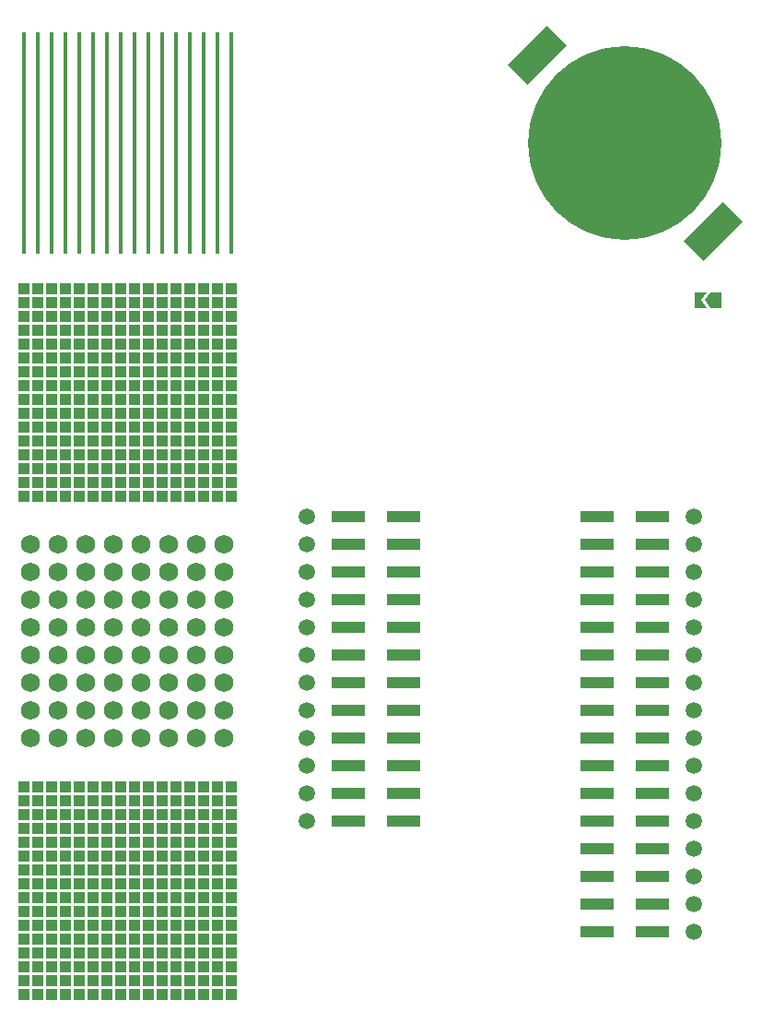
<source format=gbs>
G04 #@! TF.GenerationSoftware,KiCad,Pcbnew,(5.99.0-3978-g0efe073de)*
G04 #@! TF.CreationDate,2020-10-22T13:19:48-05:00*
G04 #@! TF.ProjectId,remoticon_badge,72656d6f-7469-4636-9f6e-5f6261646765,rev?*
G04 #@! TF.SameCoordinates,PX3072580PY307257e*
G04 #@! TF.FileFunction,Soldermask,Bot*
G04 #@! TF.FilePolarity,Negative*
%FSLAX46Y46*%
G04 Gerber Fmt 4.6, Leading zero omitted, Abs format (unit mm)*
G04 Created by KiCad (PCBNEW (5.99.0-3978-g0efe073de)) date 2020-10-22 13:19:48*
%MOMM*%
%LPD*%
G01*
G04 APERTURE LIST*
G04 Aperture macros list*
%AMRotRect*
0 Rectangle, with rotation*
0 The origin of the aperture is its center*
0 $1 length*
0 $2 width*
0 $3 Rotation angle, in degrees counterclockwise*
0 Add horizontal line*
21,1,$1,$2,0,0,$3*%
G04 Aperture macros list end*
%ADD10C,1.727200*%
%ADD11R,1.016000X1.016000*%
%ADD12C,1.500000*%
%ADD13R,0.400000X20.320000*%
%ADD14R,3.150000X1.000000*%
%ADD15RotRect,2.540000X5.080000X315.000000*%
%ADD16C,17.780000*%
G04 APERTURE END LIST*
D10*
G04 #@! TO.C,REF\u002A\u002A*
X8890000Y-74930000D03*
G04 #@! TD*
G04 #@! TO.C,REF\u002A\u002A*
X13970000Y-77470000D03*
G04 #@! TD*
G04 #@! TO.C,REF\u002A\u002A*
X16510000Y-87630000D03*
G04 #@! TD*
G04 #@! TO.C,REF\u002A\u002A*
X19050000Y-87630000D03*
G04 #@! TD*
G04 #@! TO.C,REF\u002A\u002A*
X3810000Y-85090000D03*
G04 #@! TD*
G04 #@! TO.C,REF\u002A\u002A*
X21590000Y-72390000D03*
G04 #@! TD*
G04 #@! TO.C,REF\u002A\u002A*
X3810000Y-74930000D03*
G04 #@! TD*
G04 #@! TO.C,REF\u002A\u002A*
X13970000Y-74930000D03*
G04 #@! TD*
G04 #@! TO.C,REF\u002A\u002A*
X16510000Y-90170000D03*
G04 #@! TD*
G04 #@! TO.C,REF\u002A\u002A*
X11430000Y-74930000D03*
G04 #@! TD*
G04 #@! TO.C,REF\u002A\u002A*
X8890000Y-85090000D03*
G04 #@! TD*
G04 #@! TO.C,REF\u002A\u002A*
X8890000Y-77470000D03*
G04 #@! TD*
G04 #@! TO.C,REF\u002A\u002A*
X3810000Y-80010000D03*
G04 #@! TD*
G04 #@! TO.C,REF\u002A\u002A*
X6350000Y-85090000D03*
G04 #@! TD*
G04 #@! TO.C,REF\u002A\u002A*
X16510000Y-72390000D03*
G04 #@! TD*
G04 #@! TO.C,REF\u002A\u002A*
X3810000Y-90170000D03*
G04 #@! TD*
G04 #@! TO.C,REF\u002A\u002A*
X16510000Y-85090000D03*
G04 #@! TD*
G04 #@! TO.C,REF\u002A\u002A*
X6350000Y-77470000D03*
G04 #@! TD*
G04 #@! TO.C,REF\u002A\u002A*
X8890000Y-80010000D03*
G04 #@! TD*
G04 #@! TO.C,REF\u002A\u002A*
X19050000Y-82550000D03*
G04 #@! TD*
G04 #@! TO.C,REF\u002A\u002A*
X6350000Y-87630000D03*
G04 #@! TD*
G04 #@! TO.C,REF\u002A\u002A*
X21590000Y-87630000D03*
G04 #@! TD*
G04 #@! TO.C,REF\u002A\u002A*
X21590000Y-74930000D03*
G04 #@! TD*
G04 #@! TO.C,REF\u002A\u002A*
X3810000Y-77470000D03*
G04 #@! TD*
G04 #@! TO.C,REF\u002A\u002A*
X21590000Y-85090000D03*
G04 #@! TD*
G04 #@! TO.C,REF\u002A\u002A*
X16510000Y-80010000D03*
G04 #@! TD*
G04 #@! TO.C,REF\u002A\u002A*
X16510000Y-74930000D03*
G04 #@! TD*
G04 #@! TO.C,REF\u002A\u002A*
X19050000Y-77470000D03*
G04 #@! TD*
G04 #@! TO.C,REF\u002A\u002A*
X11430000Y-77470000D03*
G04 #@! TD*
G04 #@! TO.C,REF\u002A\u002A*
X6350000Y-72390000D03*
G04 #@! TD*
G04 #@! TO.C,REF\u002A\u002A*
X16510000Y-77470000D03*
G04 #@! TD*
G04 #@! TO.C,REF\u002A\u002A*
X3810000Y-72390000D03*
G04 #@! TD*
G04 #@! TO.C,REF\u002A\u002A*
X11430000Y-85090000D03*
G04 #@! TD*
G04 #@! TO.C,REF\u002A\u002A*
X21590000Y-90170000D03*
G04 #@! TD*
G04 #@! TO.C,REF\u002A\u002A*
X19050000Y-85090000D03*
G04 #@! TD*
G04 #@! TO.C,REF\u002A\u002A*
X8890000Y-87630000D03*
G04 #@! TD*
G04 #@! TO.C,REF\u002A\u002A*
X21590000Y-82550000D03*
G04 #@! TD*
G04 #@! TO.C,REF\u002A\u002A*
X16510000Y-82550000D03*
G04 #@! TD*
G04 #@! TO.C,REF\u002A\u002A*
X8890000Y-72390000D03*
G04 #@! TD*
G04 #@! TO.C,REF\u002A\u002A*
X13970000Y-82550000D03*
G04 #@! TD*
G04 #@! TO.C,REF\u002A\u002A*
X21590000Y-77470000D03*
G04 #@! TD*
G04 #@! TO.C,REF\u002A\u002A*
X8890000Y-82550000D03*
G04 #@! TD*
G04 #@! TO.C,REF\u002A\u002A*
X6350000Y-82550000D03*
G04 #@! TD*
G04 #@! TO.C,REF\u002A\u002A*
X3810000Y-82550000D03*
G04 #@! TD*
G04 #@! TO.C,REF\u002A\u002A*
X19050000Y-74930000D03*
G04 #@! TD*
G04 #@! TO.C,REF\u002A\u002A*
X13970000Y-87630000D03*
G04 #@! TD*
G04 #@! TO.C,REF\u002A\u002A*
X11430000Y-87630000D03*
G04 #@! TD*
G04 #@! TO.C,REF\u002A\u002A*
X11430000Y-72390000D03*
G04 #@! TD*
G04 #@! TO.C,REF\u002A\u002A*
X13970000Y-90170000D03*
G04 #@! TD*
G04 #@! TO.C,REF\u002A\u002A*
X19050000Y-80010000D03*
G04 #@! TD*
G04 #@! TO.C,REF\u002A\u002A*
X6350000Y-90170000D03*
G04 #@! TD*
G04 #@! TO.C,REF\u002A\u002A*
X13970000Y-85090000D03*
G04 #@! TD*
G04 #@! TO.C,REF\u002A\u002A*
X6350000Y-80010000D03*
G04 #@! TD*
G04 #@! TO.C,REF\u002A\u002A*
X11430000Y-82550000D03*
G04 #@! TD*
G04 #@! TO.C,REF\u002A\u002A*
X21590000Y-80010000D03*
G04 #@! TD*
G04 #@! TO.C,REF\u002A\u002A*
X13970000Y-72390000D03*
G04 #@! TD*
G04 #@! TO.C,REF\u002A\u002A*
X19050000Y-90170000D03*
G04 #@! TD*
G04 #@! TO.C,REF\u002A\u002A*
X13970000Y-80010000D03*
G04 #@! TD*
G04 #@! TO.C,REF\u002A\u002A*
X8890000Y-90170000D03*
G04 #@! TD*
G04 #@! TO.C,REF\u002A\u002A*
X11430000Y-90170000D03*
G04 #@! TD*
G04 #@! TO.C,REF\u002A\u002A*
X6350000Y-74930000D03*
G04 #@! TD*
G04 #@! TO.C,REF\u002A\u002A*
X19050000Y-72390000D03*
G04 #@! TD*
G04 #@! TO.C,REF\u002A\u002A*
X3810000Y-87630000D03*
G04 #@! TD*
G04 #@! TO.C,REF\u002A\u002A*
X11430000Y-80010000D03*
G04 #@! TD*
D11*
G04 #@! TO.C,REF\u002A\u002A*
X12065000Y-66675000D03*
G04 #@! TD*
D12*
G04 #@! TO.C,TP6*
X29210000Y-97790000D03*
G04 #@! TD*
D11*
G04 #@! TO.C,REF\u002A\u002A*
X8255000Y-104775000D03*
G04 #@! TD*
G04 #@! TO.C,REF\u002A\u002A*
X3175000Y-61595000D03*
G04 #@! TD*
G04 #@! TO.C,REF\u002A\u002A*
X5715000Y-111125000D03*
G04 #@! TD*
G04 #@! TO.C,REF\u002A\u002A*
X19685000Y-55245000D03*
G04 #@! TD*
G04 #@! TO.C,REF\u002A\u002A*
X9525000Y-97155000D03*
G04 #@! TD*
G04 #@! TO.C,REF\u002A\u002A*
X12065000Y-102235000D03*
G04 #@! TD*
G04 #@! TO.C,REF\u002A\u002A*
X14605000Y-106045000D03*
G04 #@! TD*
G04 #@! TO.C,REF\u002A\u002A*
X10795000Y-95885000D03*
G04 #@! TD*
G04 #@! TO.C,REF\u002A\u002A*
X8255000Y-98425000D03*
G04 #@! TD*
G04 #@! TO.C,REF\u002A\u002A*
X3175000Y-53975000D03*
G04 #@! TD*
G04 #@! TO.C,REF\u002A\u002A*
X17145000Y-104775000D03*
G04 #@! TD*
G04 #@! TO.C,REF\u002A\u002A*
X4445000Y-103505000D03*
G04 #@! TD*
G04 #@! TO.C,REF\u002A\u002A*
X10795000Y-64135000D03*
G04 #@! TD*
G04 #@! TO.C,REF\u002A\u002A*
X9525000Y-61595000D03*
G04 #@! TD*
G04 #@! TO.C,REF\u002A\u002A*
X19685000Y-107315000D03*
G04 #@! TD*
D12*
G04 #@! TO.C,TP3*
X64770000Y-102870000D03*
G04 #@! TD*
D11*
G04 #@! TO.C,REF\u002A\u002A*
X6985000Y-104775000D03*
G04 #@! TD*
G04 #@! TO.C,REF\u002A\u002A*
X8255000Y-57785000D03*
G04 #@! TD*
G04 #@! TO.C,REF\u002A\u002A*
X10795000Y-108585000D03*
G04 #@! TD*
G04 #@! TO.C,REF\u002A\u002A*
X3175000Y-48895000D03*
G04 #@! TD*
G04 #@! TO.C,REF\u002A\u002A*
X22225000Y-94615000D03*
G04 #@! TD*
G04 #@! TO.C,REF\u002A\u002A*
X18415000Y-61595000D03*
G04 #@! TD*
G04 #@! TO.C,REF\u002A\u002A*
X3175000Y-112395000D03*
G04 #@! TD*
D12*
G04 #@! TO.C,TP15*
X64770000Y-85090000D03*
G04 #@! TD*
D11*
G04 #@! TO.C,REF\u002A\u002A*
X5715000Y-51435000D03*
G04 #@! TD*
G04 #@! TO.C,REF\u002A\u002A*
X15875000Y-51435000D03*
G04 #@! TD*
G04 #@! TO.C,REF\u002A\u002A*
X6985000Y-113665000D03*
G04 #@! TD*
G04 #@! TO.C,REF\u002A\u002A*
X10795000Y-61595000D03*
G04 #@! TD*
G04 #@! TO.C,REF\u002A\u002A*
X15875000Y-52705000D03*
G04 #@! TD*
G04 #@! TO.C,REF\u002A\u002A*
X18415000Y-94615000D03*
G04 #@! TD*
G04 #@! TO.C,REF\u002A\u002A*
X4445000Y-113665000D03*
G04 #@! TD*
G04 #@! TO.C,REF\u002A\u002A*
X10795000Y-62865000D03*
G04 #@! TD*
G04 #@! TO.C,REF\u002A\u002A*
X15875000Y-104775000D03*
G04 #@! TD*
G04 #@! TO.C,REF\u002A\u002A*
X13335000Y-59055000D03*
G04 #@! TD*
G04 #@! TO.C,REF\u002A\u002A*
X14605000Y-60325000D03*
G04 #@! TD*
G04 #@! TO.C,REF\u002A\u002A*
X10795000Y-98425000D03*
G04 #@! TD*
G04 #@! TO.C,REF\u002A\u002A*
X19685000Y-94615000D03*
G04 #@! TD*
G04 #@! TO.C,REF\u002A\u002A*
X12065000Y-50165000D03*
G04 #@! TD*
G04 #@! TO.C,REF\u002A\u002A*
X3175000Y-67945000D03*
G04 #@! TD*
G04 #@! TO.C,REF\u002A\u002A*
X9525000Y-51435000D03*
G04 #@! TD*
G04 #@! TO.C,REF\u002A\u002A*
X19685000Y-106045000D03*
G04 #@! TD*
G04 #@! TO.C,REF\u002A\u002A*
X18415000Y-62865000D03*
G04 #@! TD*
D13*
G04 #@! TO.C,REF\u002A\u002A*
X12065000Y-35560000D03*
G04 #@! TD*
D11*
G04 #@! TO.C,REF\u002A\u002A*
X13335000Y-106045000D03*
G04 #@! TD*
G04 #@! TO.C,REF\u002A\u002A*
X10795000Y-112395000D03*
G04 #@! TD*
G04 #@! TO.C,REF\u002A\u002A*
X18415000Y-59055000D03*
G04 #@! TD*
G04 #@! TO.C,REF\u002A\u002A*
X18415000Y-102235000D03*
G04 #@! TD*
G04 #@! TO.C,REF\u002A\u002A*
X6985000Y-59055000D03*
G04 #@! TD*
D13*
G04 #@! TO.C,REF\u002A\u002A*
X20955000Y-35560000D03*
G04 #@! TD*
D11*
G04 #@! TO.C,REF\u002A\u002A*
X8255000Y-64135000D03*
G04 #@! TD*
G04 #@! TO.C,REF\u002A\u002A*
X8255000Y-94615000D03*
G04 #@! TD*
G04 #@! TO.C,REF\u002A\u002A*
X6985000Y-112395000D03*
G04 #@! TD*
G04 #@! TO.C,REF\u002A\u002A*
X17145000Y-64135000D03*
G04 #@! TD*
G04 #@! TO.C,REF\u002A\u002A*
X12065000Y-98425000D03*
G04 #@! TD*
D12*
G04 #@! TO.C,TP9*
X64770000Y-92710000D03*
G04 #@! TD*
D11*
G04 #@! TO.C,REF\u002A\u002A*
X3175000Y-103505000D03*
G04 #@! TD*
G04 #@! TO.C,REF\u002A\u002A*
X5715000Y-52705000D03*
G04 #@! TD*
G04 #@! TO.C,REF\u002A\u002A*
X22225000Y-64135000D03*
G04 #@! TD*
G04 #@! TO.C,REF\u002A\u002A*
X13335000Y-65405000D03*
G04 #@! TD*
G04 #@! TO.C,REF\u002A\u002A*
X9525000Y-107315000D03*
G04 #@! TD*
G04 #@! TO.C,REF\u002A\u002A*
X10795000Y-107315000D03*
G04 #@! TD*
G04 #@! TO.C,REF\u002A\u002A*
X9525000Y-57785000D03*
G04 #@! TD*
G04 #@! TO.C,REF\u002A\u002A*
X4445000Y-57785000D03*
G04 #@! TD*
G04 #@! TO.C,REF\u002A\u002A*
X8255000Y-48895000D03*
G04 #@! TD*
G04 #@! TO.C,REF\u002A\u002A*
X4445000Y-53975000D03*
G04 #@! TD*
G04 #@! TO.C,REF\u002A\u002A*
X10795000Y-67945000D03*
G04 #@! TD*
G04 #@! TO.C,REF\u002A\u002A*
X9525000Y-94615000D03*
G04 #@! TD*
G04 #@! TO.C,REF\u002A\u002A*
X20955000Y-48895000D03*
G04 #@! TD*
G04 #@! TO.C,REF\u002A\u002A*
X8255000Y-65405000D03*
G04 #@! TD*
G04 #@! TO.C,REF\u002A\u002A*
X5715000Y-108585000D03*
G04 #@! TD*
G04 #@! TO.C,REF\u002A\u002A*
X12065000Y-106045000D03*
G04 #@! TD*
G04 #@! TO.C,REF\u002A\u002A*
X17145000Y-59055000D03*
G04 #@! TD*
D12*
G04 #@! TO.C,TP10*
X29210000Y-92710000D03*
G04 #@! TD*
D11*
G04 #@! TO.C,REF\u002A\u002A*
X15875000Y-50165000D03*
G04 #@! TD*
G04 #@! TO.C,REF\u002A\u002A*
X14605000Y-102235000D03*
G04 #@! TD*
G04 #@! TO.C,REF\u002A\u002A*
X9525000Y-48895000D03*
G04 #@! TD*
G04 #@! TO.C,REF\u002A\u002A*
X5715000Y-56515000D03*
G04 #@! TD*
G04 #@! TO.C,REF\u002A\u002A*
X8255000Y-102235000D03*
G04 #@! TD*
G04 #@! TO.C,REF\u002A\u002A*
X15875000Y-107315000D03*
G04 #@! TD*
G04 #@! TO.C,REF\u002A\u002A*
X18415000Y-100965000D03*
G04 #@! TD*
G04 #@! TO.C,REF\u002A\u002A*
X6985000Y-50165000D03*
G04 #@! TD*
G04 #@! TO.C,REF\u002A\u002A*
X5715000Y-48895000D03*
G04 #@! TD*
G04 #@! TO.C,REF\u002A\u002A*
X15875000Y-57785000D03*
G04 #@! TD*
G04 #@! TO.C,REF\u002A\u002A*
X14605000Y-64135000D03*
G04 #@! TD*
G04 #@! TO.C,REF\u002A\u002A*
X4445000Y-51435000D03*
G04 #@! TD*
G04 #@! TO.C,REF\u002A\u002A*
X6985000Y-100965000D03*
G04 #@! TD*
G04 #@! TO.C,REF\u002A\u002A*
X3175000Y-65405000D03*
G04 #@! TD*
G04 #@! TO.C,REF\u002A\u002A*
X13335000Y-103505000D03*
G04 #@! TD*
G04 #@! TO.C,REF\u002A\u002A*
X6985000Y-102235000D03*
G04 #@! TD*
G04 #@! TO.C,REF\u002A\u002A*
X10795000Y-100965000D03*
G04 #@! TD*
G04 #@! TO.C,REF\u002A\u002A*
X5715000Y-97155000D03*
G04 #@! TD*
G04 #@! TO.C,REF\u002A\u002A*
X20955000Y-100965000D03*
G04 #@! TD*
G04 #@! TO.C,REF\u002A\u002A*
X22225000Y-106045000D03*
G04 #@! TD*
G04 #@! TO.C,REF\u002A\u002A*
X20955000Y-52705000D03*
G04 #@! TD*
G04 #@! TO.C,REF\u002A\u002A*
X17145000Y-98425000D03*
G04 #@! TD*
G04 #@! TO.C,REF\u002A\u002A*
X9525000Y-108585000D03*
G04 #@! TD*
G04 #@! TO.C,REF\u002A\u002A*
X22225000Y-48895000D03*
G04 #@! TD*
G04 #@! TO.C,REF\u002A\u002A*
X22225000Y-67945000D03*
G04 #@! TD*
G04 #@! TO.C,REF\u002A\u002A*
X19685000Y-100965000D03*
G04 #@! TD*
D13*
G04 #@! TO.C,REF\u002A\u002A*
X13335000Y-35560000D03*
G04 #@! TD*
D11*
G04 #@! TO.C,REF\u002A\u002A*
X19685000Y-52705000D03*
G04 #@! TD*
G04 #@! TO.C,REF\u002A\u002A*
X20955000Y-112395000D03*
G04 #@! TD*
G04 #@! TO.C,REF\u002A\u002A*
X13335000Y-61595000D03*
G04 #@! TD*
G04 #@! TO.C,REF\u002A\u002A*
X6985000Y-67945000D03*
G04 #@! TD*
G04 #@! TO.C,REF\u002A\u002A*
X12065000Y-59055000D03*
G04 #@! TD*
G04 #@! TO.C,REF\u002A\u002A*
X10795000Y-65405000D03*
G04 #@! TD*
G04 #@! TO.C,REF\u002A\u002A*
X9525000Y-99695000D03*
G04 #@! TD*
G04 #@! TO.C,REF\u002A\u002A*
X15875000Y-109855000D03*
G04 #@! TD*
G04 #@! TO.C,REF\u002A\u002A*
X9525000Y-104775000D03*
G04 #@! TD*
G04 #@! TO.C,REF\u002A\u002A*
X4445000Y-107315000D03*
G04 #@! TD*
G04 #@! TO.C,REF\u002A\u002A*
X14605000Y-103505000D03*
G04 #@! TD*
G04 #@! TO.C,REF\u002A\u002A*
X5715000Y-67945000D03*
G04 #@! TD*
G04 #@! TO.C,REF\u002A\u002A*
X4445000Y-111125000D03*
G04 #@! TD*
D14*
G04 #@! TO.C,J1*
X55895000Y-107950000D03*
X60945000Y-107950000D03*
X55895000Y-105410000D03*
X60945000Y-105410000D03*
X55895000Y-102870000D03*
X60945000Y-102870000D03*
X55895000Y-100330000D03*
X60945000Y-100330000D03*
X55895000Y-97790000D03*
X60945000Y-97790000D03*
X55895000Y-95250000D03*
X60945000Y-95250000D03*
X55895000Y-92710000D03*
X60945000Y-92710000D03*
X55895000Y-90170000D03*
X60945000Y-90170000D03*
X55895000Y-87630000D03*
X60945000Y-87630000D03*
X55895000Y-85090000D03*
X60945000Y-85090000D03*
X55895000Y-82550000D03*
X60945000Y-82550000D03*
X55895000Y-80010000D03*
X60945000Y-80010000D03*
X55895000Y-77470000D03*
X60945000Y-77470000D03*
X55895000Y-74930000D03*
X60945000Y-74930000D03*
X55895000Y-72390000D03*
X60945000Y-72390000D03*
X55895000Y-69850000D03*
X60945000Y-69850000D03*
G04 #@! TD*
D11*
G04 #@! TO.C,REF\u002A\u002A*
X5715000Y-66675000D03*
G04 #@! TD*
D12*
G04 #@! TO.C,TP16*
X29210000Y-85090000D03*
G04 #@! TD*
D11*
G04 #@! TO.C,REF\u002A\u002A*
X5715000Y-61595000D03*
G04 #@! TD*
G04 #@! TO.C,REF\u002A\u002A*
X3175000Y-98425000D03*
G04 #@! TD*
G04 #@! TO.C,REF\u002A\u002A*
X4445000Y-48895000D03*
G04 #@! TD*
G04 #@! TO.C,REF\u002A\u002A*
X13335000Y-98425000D03*
G04 #@! TD*
G04 #@! TO.C,REF\u002A\u002A*
X6985000Y-61595000D03*
G04 #@! TD*
G04 #@! TO.C,REF\u002A\u002A*
X17145000Y-62865000D03*
G04 #@! TD*
G04 #@! TO.C,REF\u002A\u002A*
X8255000Y-108585000D03*
G04 #@! TD*
G04 #@! TO.C,REF\u002A\u002A*
X6985000Y-55245000D03*
G04 #@! TD*
G04 #@! TO.C,REF\u002A\u002A*
X10795000Y-111125000D03*
G04 #@! TD*
G04 #@! TO.C,REF\u002A\u002A*
X13335000Y-112395000D03*
G04 #@! TD*
G04 #@! TO.C,REF\u002A\u002A*
X22225000Y-65405000D03*
G04 #@! TD*
G04 #@! TO.C,REF\u002A\u002A*
X19685000Y-95885000D03*
G04 #@! TD*
G04 #@! TO.C,REF\u002A\u002A*
X12065000Y-52705000D03*
G04 #@! TD*
G04 #@! TO.C,REF\u002A\u002A*
X20955000Y-56515000D03*
G04 #@! TD*
G04 #@! TO.C,REF\u002A\u002A*
X4445000Y-104775000D03*
G04 #@! TD*
G04 #@! TO.C,REF\u002A\u002A*
X20955000Y-50165000D03*
G04 #@! TD*
G04 #@! TO.C,REF\u002A\u002A*
X18415000Y-66675000D03*
G04 #@! TD*
G04 #@! TO.C,REF\u002A\u002A*
X4445000Y-56515000D03*
G04 #@! TD*
G04 #@! TO.C,REF\u002A\u002A*
X20955000Y-108585000D03*
G04 #@! TD*
G04 #@! TO.C,REF\u002A\u002A*
X22225000Y-55245000D03*
G04 #@! TD*
G04 #@! TO.C,REF\u002A\u002A*
X10795000Y-106045000D03*
G04 #@! TD*
G04 #@! TO.C,REF\u002A\u002A*
X14605000Y-51435000D03*
G04 #@! TD*
G04 #@! TO.C,REF\u002A\u002A*
X12065000Y-65405000D03*
G04 #@! TD*
G04 #@! TO.C,REF\u002A\u002A*
X15875000Y-98425000D03*
G04 #@! TD*
G04 #@! TO.C,REF\u002A\u002A*
X18415000Y-50165000D03*
G04 #@! TD*
G04 #@! TO.C,REF\u002A\u002A*
X8255000Y-53975000D03*
G04 #@! TD*
G04 #@! TO.C,REF\u002A\u002A*
X6985000Y-66675000D03*
G04 #@! TD*
D13*
G04 #@! TO.C,REF\u002A\u002A*
X14605000Y-35560000D03*
G04 #@! TD*
D11*
G04 #@! TO.C,REF\u002A\u002A*
X14605000Y-57785000D03*
G04 #@! TD*
G04 #@! TO.C,REF\u002A\u002A*
X12065000Y-62865000D03*
G04 #@! TD*
D13*
G04 #@! TO.C,REF\u002A\u002A*
X17145000Y-35560000D03*
G04 #@! TD*
D11*
G04 #@! TO.C,REF\u002A\u002A*
X5715000Y-95885000D03*
G04 #@! TD*
G04 #@! TO.C,REF\u002A\u002A*
X17145000Y-95885000D03*
G04 #@! TD*
G04 #@! TO.C,REF\u002A\u002A*
X13335000Y-111125000D03*
G04 #@! TD*
G04 #@! TO.C,REF\u002A\u002A*
X19685000Y-50165000D03*
G04 #@! TD*
G04 #@! TO.C,REF\u002A\u002A*
X20955000Y-60325000D03*
G04 #@! TD*
G04 #@! TO.C,REF\u002A\u002A*
X22225000Y-113665000D03*
G04 #@! TD*
D13*
G04 #@! TO.C,REF\u002A\u002A*
X5715000Y-35560000D03*
G04 #@! TD*
G04 #@! TO.C,REF\u002A\u002A*
X4445000Y-35560000D03*
G04 #@! TD*
D12*
G04 #@! TO.C,TP24*
X29210000Y-74930000D03*
G04 #@! TD*
D13*
G04 #@! TO.C,REF\u002A\u002A*
X18415000Y-35560000D03*
G04 #@! TD*
D11*
G04 #@! TO.C,REF\u002A\u002A*
X15875000Y-65405000D03*
G04 #@! TD*
D12*
G04 #@! TO.C,TP22*
X29210000Y-77470000D03*
G04 #@! TD*
D11*
G04 #@! TO.C,REF\u002A\u002A*
X20955000Y-53975000D03*
G04 #@! TD*
G04 #@! TO.C,REF\u002A\u002A*
X13335000Y-56515000D03*
G04 #@! TD*
G04 #@! TO.C,REF\u002A\u002A*
X19685000Y-97155000D03*
G04 #@! TD*
D12*
G04 #@! TO.C,TP13*
X64770000Y-87630000D03*
G04 #@! TD*
D11*
G04 #@! TO.C,REF\u002A\u002A*
X22225000Y-56515000D03*
G04 #@! TD*
G04 #@! TO.C,REF\u002A\u002A*
X18415000Y-98425000D03*
G04 #@! TD*
G04 #@! TO.C,REF\u002A\u002A*
X15875000Y-66675000D03*
G04 #@! TD*
G04 #@! TO.C,REF\u002A\u002A*
X14605000Y-61595000D03*
G04 #@! TD*
D12*
G04 #@! TO.C,TP17*
X64770000Y-82550000D03*
G04 #@! TD*
D11*
G04 #@! TO.C,REF\u002A\u002A*
X14605000Y-109855000D03*
G04 #@! TD*
G04 #@! TO.C,REF\u002A\u002A*
X17145000Y-107315000D03*
G04 #@! TD*
G04 #@! TO.C,REF\u002A\u002A*
X19685000Y-67945000D03*
G04 #@! TD*
G04 #@! TO.C,REF\u002A\u002A*
X5715000Y-113665000D03*
G04 #@! TD*
G04 #@! TO.C,REF\u002A\u002A*
X20955000Y-61595000D03*
G04 #@! TD*
G04 #@! TO.C,REF\u002A\u002A*
X14605000Y-50165000D03*
G04 #@! TD*
G04 #@! TO.C,REF\u002A\u002A*
X18415000Y-111125000D03*
G04 #@! TD*
G04 #@! TO.C,REF\u002A\u002A*
X17145000Y-97155000D03*
G04 #@! TD*
G04 #@! TO.C,REF\u002A\u002A*
X14605000Y-95885000D03*
G04 #@! TD*
D15*
G04 #@! TO.C,BT1*
X66502231Y-43642231D03*
X50337769Y-27477769D03*
D16*
X58420000Y-35560000D03*
G04 #@! TD*
D11*
G04 #@! TO.C,REF\u002A\u002A*
X3175000Y-55245000D03*
G04 #@! TD*
G04 #@! TO.C,REF\u002A\u002A*
X8255000Y-56515000D03*
G04 #@! TD*
G04 #@! TO.C,REF\u002A\u002A*
X19685000Y-113665000D03*
G04 #@! TD*
G04 #@! TO.C,REF\u002A\u002A*
X9525000Y-50165000D03*
G04 #@! TD*
G04 #@! TO.C,JP1*
G36*
X65765000Y-49987200D02*
G01*
X66265001Y-49237200D01*
X67265000Y-49237201D01*
X67264999Y-50737200D01*
X66265000Y-50737199D01*
X65765000Y-49987200D01*
G37*
G36*
X64815001Y-49237200D02*
G01*
X65965000Y-49237201D01*
X65465000Y-49987200D01*
X65964999Y-50737200D01*
X64815000Y-50737199D01*
X64815001Y-49237200D01*
G37*
G04 #@! TD*
G04 #@! TO.C,REF\u002A\u002A*
X9525000Y-102235000D03*
G04 #@! TD*
G04 #@! TO.C,REF\u002A\u002A*
X12065000Y-53975000D03*
G04 #@! TD*
G04 #@! TO.C,REF\u002A\u002A*
X12065000Y-55245000D03*
G04 #@! TD*
G04 #@! TO.C,REF\u002A\u002A*
X3175000Y-108585000D03*
G04 #@! TD*
G04 #@! TO.C,REF\u002A\u002A*
X15875000Y-112395000D03*
G04 #@! TD*
G04 #@! TO.C,REF\u002A\u002A*
X10795000Y-56515000D03*
G04 #@! TD*
G04 #@! TO.C,REF\u002A\u002A*
X6985000Y-60325000D03*
G04 #@! TD*
G04 #@! TO.C,REF\u002A\u002A*
X9525000Y-113665000D03*
G04 #@! TD*
G04 #@! TO.C,REF\u002A\u002A*
X9525000Y-67945000D03*
G04 #@! TD*
G04 #@! TO.C,REF\u002A\u002A*
X14605000Y-98425000D03*
G04 #@! TD*
G04 #@! TO.C,REF\u002A\u002A*
X22225000Y-62865000D03*
G04 #@! TD*
D12*
G04 #@! TO.C,TP11*
X64770000Y-90170000D03*
G04 #@! TD*
D11*
G04 #@! TO.C,REF\u002A\u002A*
X18415000Y-112395000D03*
G04 #@! TD*
G04 #@! TO.C,REF\u002A\u002A*
X6985000Y-64135000D03*
G04 #@! TD*
G04 #@! TO.C,REF\u002A\u002A*
X9525000Y-62865000D03*
G04 #@! TD*
G04 #@! TO.C,REF\u002A\u002A*
X20955000Y-104775000D03*
G04 #@! TD*
G04 #@! TO.C,REF\u002A\u002A*
X19685000Y-51435000D03*
G04 #@! TD*
G04 #@! TO.C,REF\u002A\u002A*
X19685000Y-53975000D03*
G04 #@! TD*
G04 #@! TO.C,REF\u002A\u002A*
X12065000Y-48895000D03*
G04 #@! TD*
G04 #@! TO.C,REF\u002A\u002A*
X14605000Y-48895000D03*
G04 #@! TD*
G04 #@! TO.C,REF\u002A\u002A*
X4445000Y-64135000D03*
G04 #@! TD*
G04 #@! TO.C,REF\u002A\u002A*
X18415000Y-95885000D03*
G04 #@! TD*
G04 #@! TO.C,REF\u002A\u002A*
X12065000Y-60325000D03*
G04 #@! TD*
G04 #@! TO.C,REF\u002A\u002A*
X4445000Y-62865000D03*
G04 #@! TD*
G04 #@! TO.C,REF\u002A\u002A*
X12065000Y-104775000D03*
G04 #@! TD*
G04 #@! TO.C,REF\u002A\u002A*
X9525000Y-112395000D03*
G04 #@! TD*
G04 #@! TO.C,REF\u002A\u002A*
X12065000Y-108585000D03*
G04 #@! TD*
G04 #@! TO.C,REF\u002A\u002A*
X19685000Y-61595000D03*
G04 #@! TD*
G04 #@! TO.C,REF\u002A\u002A*
X20955000Y-66675000D03*
G04 #@! TD*
G04 #@! TO.C,REF\u002A\u002A*
X8255000Y-112395000D03*
G04 #@! TD*
G04 #@! TO.C,REF\u002A\u002A*
X8255000Y-52705000D03*
G04 #@! TD*
G04 #@! TO.C,REF\u002A\u002A*
X13335000Y-94615000D03*
G04 #@! TD*
D12*
G04 #@! TO.C,TP4*
X64770000Y-100330000D03*
G04 #@! TD*
D11*
G04 #@! TO.C,REF\u002A\u002A*
X19685000Y-48895000D03*
G04 #@! TD*
G04 #@! TO.C,REF\u002A\u002A*
X22225000Y-108585000D03*
G04 #@! TD*
G04 #@! TO.C,REF\u002A\u002A*
X4445000Y-65405000D03*
G04 #@! TD*
G04 #@! TO.C,REF\u002A\u002A*
X17145000Y-55245000D03*
G04 #@! TD*
G04 #@! TO.C,REF\u002A\u002A*
X15875000Y-55245000D03*
G04 #@! TD*
G04 #@! TO.C,REF\u002A\u002A*
X12065000Y-111125000D03*
G04 #@! TD*
G04 #@! TO.C,REF\u002A\u002A*
X9525000Y-65405000D03*
G04 #@! TD*
G04 #@! TO.C,REF\u002A\u002A*
X18415000Y-67945000D03*
G04 #@! TD*
G04 #@! TO.C,REF\u002A\u002A*
X14605000Y-55245000D03*
G04 #@! TD*
G04 #@! TO.C,REF\u002A\u002A*
X18415000Y-104775000D03*
G04 #@! TD*
G04 #@! TO.C,REF\u002A\u002A*
X17145000Y-60325000D03*
G04 #@! TD*
G04 #@! TO.C,REF\u002A\u002A*
X8255000Y-55245000D03*
G04 #@! TD*
G04 #@! TO.C,REF\u002A\u002A*
X9525000Y-66675000D03*
G04 #@! TD*
D13*
G04 #@! TO.C,REF\u002A\u002A*
X15875000Y-35560000D03*
G04 #@! TD*
D11*
G04 #@! TO.C,REF\u002A\u002A*
X17145000Y-61595000D03*
G04 #@! TD*
G04 #@! TO.C,REF\u002A\u002A*
X9525000Y-111125000D03*
G04 #@! TD*
G04 #@! TO.C,REF\u002A\u002A*
X22225000Y-52705000D03*
G04 #@! TD*
G04 #@! TO.C,REF\u002A\u002A*
X20955000Y-98425000D03*
G04 #@! TD*
G04 #@! TO.C,REF\u002A\u002A*
X18415000Y-55245000D03*
G04 #@! TD*
G04 #@! TO.C,REF\u002A\u002A*
X3175000Y-60325000D03*
G04 #@! TD*
G04 #@! TO.C,REF\u002A\u002A*
X8255000Y-95885000D03*
G04 #@! TD*
D12*
G04 #@! TO.C,TP20*
X29210000Y-80010000D03*
G04 #@! TD*
D11*
G04 #@! TO.C,REF\u002A\u002A*
X14605000Y-99695000D03*
G04 #@! TD*
G04 #@! TO.C,REF\u002A\u002A*
X15875000Y-62865000D03*
G04 #@! TD*
G04 #@! TO.C,REF\u002A\u002A*
X20955000Y-51435000D03*
G04 #@! TD*
G04 #@! TO.C,REF\u002A\u002A*
X13335000Y-102235000D03*
G04 #@! TD*
G04 #@! TO.C,REF\u002A\u002A*
X19685000Y-104775000D03*
G04 #@! TD*
G04 #@! TO.C,REF\u002A\u002A*
X13335000Y-53975000D03*
G04 #@! TD*
G04 #@! TO.C,REF\u002A\u002A*
X10795000Y-99695000D03*
G04 #@! TD*
G04 #@! TO.C,REF\u002A\u002A*
X14605000Y-59055000D03*
G04 #@! TD*
G04 #@! TO.C,REF\u002A\u002A*
X19685000Y-99695000D03*
G04 #@! TD*
G04 #@! TO.C,REF\u002A\u002A*
X15875000Y-61595000D03*
G04 #@! TD*
G04 #@! TO.C,REF\u002A\u002A*
X5715000Y-64135000D03*
G04 #@! TD*
G04 #@! TO.C,REF\u002A\u002A*
X13335000Y-97155000D03*
G04 #@! TD*
G04 #@! TO.C,REF\u002A\u002A*
X12065000Y-99695000D03*
G04 #@! TD*
G04 #@! TO.C,REF\u002A\u002A*
X15875000Y-100965000D03*
G04 #@! TD*
G04 #@! TO.C,REF\u002A\u002A*
X13335000Y-109855000D03*
G04 #@! TD*
G04 #@! TO.C,REF\u002A\u002A*
X10795000Y-113665000D03*
G04 #@! TD*
G04 #@! TO.C,REF\u002A\u002A*
X10795000Y-66675000D03*
G04 #@! TD*
G04 #@! TO.C,REF\u002A\u002A*
X22225000Y-112395000D03*
G04 #@! TD*
G04 #@! TO.C,REF\u002A\u002A*
X17145000Y-52705000D03*
G04 #@! TD*
G04 #@! TO.C,REF\u002A\u002A*
X8255000Y-67945000D03*
G04 #@! TD*
G04 #@! TO.C,REF\u002A\u002A*
X6985000Y-103505000D03*
G04 #@! TD*
G04 #@! TO.C,REF\u002A\u002A*
X17145000Y-108585000D03*
G04 #@! TD*
G04 #@! TO.C,REF\u002A\u002A*
X4445000Y-52705000D03*
G04 #@! TD*
G04 #@! TO.C,REF\u002A\u002A*
X6985000Y-48895000D03*
G04 #@! TD*
G04 #@! TO.C,REF\u002A\u002A*
X3175000Y-97155000D03*
G04 #@! TD*
G04 #@! TO.C,REF\u002A\u002A*
X17145000Y-50165000D03*
G04 #@! TD*
G04 #@! TO.C,REF\u002A\u002A*
X5715000Y-60325000D03*
G04 #@! TD*
G04 #@! TO.C,REF\u002A\u002A*
X6985000Y-99695000D03*
G04 #@! TD*
G04 #@! TO.C,REF\u002A\u002A*
X5715000Y-104775000D03*
G04 #@! TD*
G04 #@! TO.C,REF\u002A\u002A*
X13335000Y-95885000D03*
G04 #@! TD*
G04 #@! TO.C,REF\u002A\u002A*
X6985000Y-108585000D03*
G04 #@! TD*
G04 #@! TO.C,REF\u002A\u002A*
X5715000Y-62865000D03*
G04 #@! TD*
D12*
G04 #@! TO.C,TP28*
X29210000Y-69850000D03*
G04 #@! TD*
D11*
G04 #@! TO.C,REF\u002A\u002A*
X9525000Y-52705000D03*
G04 #@! TD*
G04 #@! TO.C,REF\u002A\u002A*
X12065000Y-61595000D03*
G04 #@! TD*
G04 #@! TO.C,REF\u002A\u002A*
X18415000Y-103505000D03*
G04 #@! TD*
G04 #@! TO.C,REF\u002A\u002A*
X8255000Y-61595000D03*
G04 #@! TD*
G04 #@! TO.C,REF\u002A\u002A*
X20955000Y-102235000D03*
G04 #@! TD*
G04 #@! TO.C,REF\u002A\u002A*
X14605000Y-56515000D03*
G04 #@! TD*
G04 #@! TO.C,REF\u002A\u002A*
X9525000Y-64135000D03*
G04 #@! TD*
G04 #@! TO.C,REF\u002A\u002A*
X5715000Y-100965000D03*
G04 #@! TD*
D12*
G04 #@! TO.C,TP7*
X64770000Y-95250000D03*
G04 #@! TD*
D11*
G04 #@! TO.C,REF\u002A\u002A*
X19685000Y-64135000D03*
G04 #@! TD*
G04 #@! TO.C,REF\u002A\u002A*
X12065000Y-67945000D03*
G04 #@! TD*
D12*
G04 #@! TO.C,TP12*
X29210000Y-90170000D03*
G04 #@! TD*
D11*
G04 #@! TO.C,REF\u002A\u002A*
X20955000Y-67945000D03*
G04 #@! TD*
G04 #@! TO.C,REF\u002A\u002A*
X6985000Y-97155000D03*
G04 #@! TD*
G04 #@! TO.C,REF\u002A\u002A*
X17145000Y-53975000D03*
G04 #@! TD*
G04 #@! TO.C,REF\u002A\u002A*
X14605000Y-111125000D03*
G04 #@! TD*
G04 #@! TO.C,REF\u002A\u002A*
X13335000Y-48895000D03*
G04 #@! TD*
G04 #@! TO.C,REF\u002A\u002A*
X13335000Y-62865000D03*
G04 #@! TD*
G04 #@! TO.C,REF\u002A\u002A*
X13335000Y-55245000D03*
G04 #@! TD*
G04 #@! TO.C,REF\u002A\u002A*
X13335000Y-66675000D03*
G04 #@! TD*
G04 #@! TO.C,REF\u002A\u002A*
X5715000Y-107315000D03*
G04 #@! TD*
G04 #@! TO.C,REF\u002A\u002A*
X5715000Y-59055000D03*
G04 #@! TD*
D12*
G04 #@! TO.C,TP18*
X29210000Y-82550000D03*
G04 #@! TD*
D11*
G04 #@! TO.C,REF\u002A\u002A*
X17145000Y-112395000D03*
G04 #@! TD*
G04 #@! TO.C,REF\u002A\u002A*
X10795000Y-57785000D03*
G04 #@! TD*
G04 #@! TO.C,REF\u002A\u002A*
X15875000Y-94615000D03*
G04 #@! TD*
D13*
G04 #@! TO.C,REF\u002A\u002A*
X9525000Y-35560000D03*
G04 #@! TD*
D11*
G04 #@! TO.C,REF\u002A\u002A*
X19685000Y-102235000D03*
G04 #@! TD*
G04 #@! TO.C,REF\u002A\u002A*
X14605000Y-62865000D03*
G04 #@! TD*
D12*
G04 #@! TO.C,TP25*
X64770000Y-72390000D03*
G04 #@! TD*
D11*
G04 #@! TO.C,REF\u002A\u002A*
X6985000Y-65405000D03*
G04 #@! TD*
G04 #@! TO.C,REF\u002A\u002A*
X10795000Y-50165000D03*
G04 #@! TD*
G04 #@! TO.C,REF\u002A\u002A*
X17145000Y-106045000D03*
G04 #@! TD*
G04 #@! TO.C,REF\u002A\u002A*
X4445000Y-55245000D03*
G04 #@! TD*
G04 #@! TO.C,REF\u002A\u002A*
X3175000Y-52705000D03*
G04 #@! TD*
G04 #@! TO.C,REF\u002A\u002A*
X5715000Y-55245000D03*
G04 #@! TD*
G04 #@! TO.C,REF\u002A\u002A*
X20955000Y-107315000D03*
G04 #@! TD*
G04 #@! TO.C,REF\u002A\u002A*
X19685000Y-103505000D03*
G04 #@! TD*
G04 #@! TO.C,REF\u002A\u002A*
X12065000Y-51435000D03*
G04 #@! TD*
G04 #@! TO.C,REF\u002A\u002A*
X15875000Y-60325000D03*
G04 #@! TD*
G04 #@! TO.C,REF\u002A\u002A*
X19685000Y-98425000D03*
G04 #@! TD*
G04 #@! TO.C,REF\u002A\u002A*
X5715000Y-103505000D03*
G04 #@! TD*
G04 #@! TO.C,REF\u002A\u002A*
X5715000Y-106045000D03*
G04 #@! TD*
G04 #@! TO.C,REF\u002A\u002A*
X18415000Y-56515000D03*
G04 #@! TD*
G04 #@! TO.C,REF\u002A\u002A*
X15875000Y-97155000D03*
G04 #@! TD*
G04 #@! TO.C,REF\u002A\u002A*
X14605000Y-108585000D03*
G04 #@! TD*
G04 #@! TO.C,REF\u002A\u002A*
X9525000Y-56515000D03*
G04 #@! TD*
G04 #@! TO.C,REF\u002A\u002A*
X13335000Y-100965000D03*
G04 #@! TD*
G04 #@! TO.C,REF\u002A\u002A*
X3175000Y-62865000D03*
G04 #@! TD*
G04 #@! TO.C,REF\u002A\u002A*
X18415000Y-64135000D03*
G04 #@! TD*
G04 #@! TO.C,REF\u002A\u002A*
X3175000Y-66675000D03*
G04 #@! TD*
D12*
G04 #@! TO.C,TP26*
X29210000Y-72390000D03*
G04 #@! TD*
D11*
G04 #@! TO.C,REF\u002A\u002A*
X13335000Y-113665000D03*
G04 #@! TD*
G04 #@! TO.C,REF\u002A\u002A*
X4445000Y-61595000D03*
G04 #@! TD*
G04 #@! TO.C,REF\u002A\u002A*
X20955000Y-94615000D03*
G04 #@! TD*
G04 #@! TO.C,REF\u002A\u002A*
X3175000Y-99695000D03*
G04 #@! TD*
G04 #@! TO.C,REF\u002A\u002A*
X5715000Y-98425000D03*
G04 #@! TD*
G04 #@! TO.C,REF\u002A\u002A*
X20955000Y-111125000D03*
G04 #@! TD*
G04 #@! TO.C,REF\u002A\u002A*
X14605000Y-100965000D03*
G04 #@! TD*
G04 #@! TO.C,REF\u002A\u002A*
X3175000Y-50165000D03*
G04 #@! TD*
G04 #@! TO.C,REF\u002A\u002A*
X3175000Y-100965000D03*
G04 #@! TD*
G04 #@! TO.C,REF\u002A\u002A*
X15875000Y-59055000D03*
G04 #@! TD*
G04 #@! TO.C,REF\u002A\u002A*
X3175000Y-111125000D03*
G04 #@! TD*
G04 #@! TO.C,REF\u002A\u002A*
X3175000Y-107315000D03*
G04 #@! TD*
G04 #@! TO.C,REF\u002A\u002A*
X22225000Y-100965000D03*
G04 #@! TD*
G04 #@! TO.C,REF\u002A\u002A*
X22225000Y-111125000D03*
G04 #@! TD*
G04 #@! TO.C,REF\u002A\u002A*
X4445000Y-60325000D03*
G04 #@! TD*
D12*
G04 #@! TO.C,TP1*
X64770000Y-107950000D03*
G04 #@! TD*
D11*
G04 #@! TO.C,REF\u002A\u002A*
X18415000Y-113665000D03*
G04 #@! TD*
G04 #@! TO.C,REF\u002A\u002A*
X6985000Y-52705000D03*
G04 #@! TD*
G04 #@! TO.C,REF\u002A\u002A*
X20955000Y-57785000D03*
G04 #@! TD*
G04 #@! TO.C,REF\u002A\u002A*
X10795000Y-109855000D03*
G04 #@! TD*
G04 #@! TO.C,REF\u002A\u002A*
X6985000Y-57785000D03*
G04 #@! TD*
G04 #@! TO.C,REF\u002A\u002A*
X4445000Y-50165000D03*
G04 #@! TD*
G04 #@! TO.C,REF\u002A\u002A*
X8255000Y-100965000D03*
G04 #@! TD*
D13*
G04 #@! TO.C,REF\u002A\u002A*
X19685000Y-35560000D03*
G04 #@! TD*
D11*
G04 #@! TO.C,REF\u002A\u002A*
X5715000Y-112395000D03*
G04 #@! TD*
G04 #@! TO.C,REF\u002A\u002A*
X19685000Y-66675000D03*
G04 #@! TD*
G04 #@! TO.C,REF\u002A\u002A*
X17145000Y-99695000D03*
G04 #@! TD*
G04 #@! TO.C,REF\u002A\u002A*
X5715000Y-65405000D03*
G04 #@! TD*
G04 #@! TO.C,REF\u002A\u002A*
X3175000Y-113665000D03*
G04 #@! TD*
G04 #@! TO.C,REF\u002A\u002A*
X9525000Y-55245000D03*
G04 #@! TD*
G04 #@! TO.C,REF\u002A\u002A*
X17145000Y-56515000D03*
G04 #@! TD*
G04 #@! TO.C,REF\u002A\u002A*
X9525000Y-109855000D03*
G04 #@! TD*
G04 #@! TO.C,REF\u002A\u002A*
X9525000Y-60325000D03*
G04 #@! TD*
G04 #@! TO.C,REF\u002A\u002A*
X18415000Y-53975000D03*
G04 #@! TD*
G04 #@! TO.C,REF\u002A\u002A*
X10795000Y-102235000D03*
G04 #@! TD*
G04 #@! TO.C,REF\u002A\u002A*
X13335000Y-64135000D03*
G04 #@! TD*
G04 #@! TO.C,REF\u002A\u002A*
X19685000Y-62865000D03*
G04 #@! TD*
G04 #@! TO.C,REF\u002A\u002A*
X22225000Y-109855000D03*
G04 #@! TD*
G04 #@! TO.C,REF\u002A\u002A*
X18415000Y-99695000D03*
G04 #@! TD*
G04 #@! TO.C,REF\u002A\u002A*
X17145000Y-109855000D03*
G04 #@! TD*
G04 #@! TO.C,REF\u002A\u002A*
X5715000Y-99695000D03*
G04 #@! TD*
G04 #@! TO.C,REF\u002A\u002A*
X10795000Y-60325000D03*
G04 #@! TD*
G04 #@! TO.C,REF\u002A\u002A*
X8255000Y-50165000D03*
G04 #@! TD*
G04 #@! TO.C,REF\u002A\u002A*
X20955000Y-103505000D03*
G04 #@! TD*
G04 #@! TO.C,REF\u002A\u002A*
X12065000Y-94615000D03*
G04 #@! TD*
D12*
G04 #@! TO.C,TP19*
X64770000Y-80010000D03*
G04 #@! TD*
D11*
G04 #@! TO.C,REF\u002A\u002A*
X18415000Y-65405000D03*
G04 #@! TD*
G04 #@! TO.C,REF\u002A\u002A*
X13335000Y-108585000D03*
G04 #@! TD*
G04 #@! TO.C,REF\u002A\u002A*
X13335000Y-57785000D03*
G04 #@! TD*
G04 #@! TO.C,REF\u002A\u002A*
X13335000Y-50165000D03*
G04 #@! TD*
G04 #@! TO.C,REF\u002A\u002A*
X22225000Y-57785000D03*
G04 #@! TD*
D12*
G04 #@! TO.C,TP8*
X29210000Y-95250000D03*
G04 #@! TD*
D11*
G04 #@! TO.C,REF\u002A\u002A*
X4445000Y-97155000D03*
G04 #@! TD*
G04 #@! TO.C,REF\u002A\u002A*
X18415000Y-57785000D03*
G04 #@! TD*
G04 #@! TO.C,REF\u002A\u002A*
X19685000Y-112395000D03*
G04 #@! TD*
G04 #@! TO.C,REF\u002A\u002A*
X10795000Y-51435000D03*
G04 #@! TD*
G04 #@! TO.C,REF\u002A\u002A*
X13335000Y-107315000D03*
G04 #@! TD*
G04 #@! TO.C,REF\u002A\u002A*
X18415000Y-107315000D03*
G04 #@! TD*
G04 #@! TO.C,REF\u002A\u002A*
X9525000Y-103505000D03*
G04 #@! TD*
G04 #@! TO.C,REF\u002A\u002A*
X19685000Y-57785000D03*
G04 #@! TD*
G04 #@! TO.C,REF\u002A\u002A*
X10795000Y-53975000D03*
G04 #@! TD*
G04 #@! TO.C,REF\u002A\u002A*
X4445000Y-95885000D03*
G04 #@! TD*
G04 #@! TO.C,REF\u002A\u002A*
X4445000Y-99695000D03*
G04 #@! TD*
G04 #@! TO.C,REF\u002A\u002A*
X18415000Y-108585000D03*
G04 #@! TD*
G04 #@! TO.C,REF\u002A\u002A*
X15875000Y-95885000D03*
G04 #@! TD*
G04 #@! TO.C,REF\u002A\u002A*
X18415000Y-51435000D03*
G04 #@! TD*
G04 #@! TO.C,REF\u002A\u002A*
X22225000Y-60325000D03*
G04 #@! TD*
G04 #@! TO.C,REF\u002A\u002A*
X13335000Y-52705000D03*
G04 #@! TD*
D13*
G04 #@! TO.C,REF\u002A\u002A*
X8255000Y-35560000D03*
G04 #@! TD*
D11*
G04 #@! TO.C,REF\u002A\u002A*
X3175000Y-57785000D03*
G04 #@! TD*
G04 #@! TO.C,REF\u002A\u002A*
X8255000Y-103505000D03*
G04 #@! TD*
G04 #@! TO.C,REF\u002A\u002A*
X14605000Y-94615000D03*
G04 #@! TD*
G04 #@! TO.C,REF\u002A\u002A*
X18415000Y-106045000D03*
G04 #@! TD*
G04 #@! TO.C,REF\u002A\u002A*
X8255000Y-109855000D03*
G04 #@! TD*
G04 #@! TO.C,REF\u002A\u002A*
X4445000Y-66675000D03*
G04 #@! TD*
G04 #@! TO.C,REF\u002A\u002A*
X20955000Y-109855000D03*
G04 #@! TD*
G04 #@! TO.C,REF\u002A\u002A*
X22225000Y-98425000D03*
G04 #@! TD*
G04 #@! TO.C,REF\u002A\u002A*
X6985000Y-107315000D03*
G04 #@! TD*
G04 #@! TO.C,REF\u002A\u002A*
X13335000Y-60325000D03*
G04 #@! TD*
G04 #@! TO.C,REF\u002A\u002A*
X4445000Y-100965000D03*
G04 #@! TD*
G04 #@! TO.C,REF\u002A\u002A*
X22225000Y-50165000D03*
G04 #@! TD*
G04 #@! TO.C,REF\u002A\u002A*
X6985000Y-111125000D03*
G04 #@! TD*
G04 #@! TO.C,REF\u002A\u002A*
X15875000Y-102235000D03*
G04 #@! TD*
G04 #@! TO.C,REF\u002A\u002A*
X8255000Y-111125000D03*
G04 #@! TD*
G04 #@! TO.C,REF\u002A\u002A*
X20955000Y-95885000D03*
G04 #@! TD*
G04 #@! TO.C,REF\u002A\u002A*
X15875000Y-48895000D03*
G04 #@! TD*
G04 #@! TO.C,REF\u002A\u002A*
X19685000Y-65405000D03*
G04 #@! TD*
G04 #@! TO.C,REF\u002A\u002A*
X10795000Y-97155000D03*
G04 #@! TD*
G04 #@! TO.C,REF\u002A\u002A*
X12065000Y-109855000D03*
G04 #@! TD*
D14*
G04 #@! TO.C,J2*
X38085000Y-69850000D03*
X33035000Y-69850000D03*
X38085000Y-72390000D03*
X33035000Y-72390000D03*
X38085000Y-74930000D03*
X33035000Y-74930000D03*
X38085000Y-77470000D03*
X33035000Y-77470000D03*
X38085000Y-80010000D03*
X33035000Y-80010000D03*
X38085000Y-82550000D03*
X33035000Y-82550000D03*
X38085000Y-85090000D03*
X33035000Y-85090000D03*
X38085000Y-87630000D03*
X33035000Y-87630000D03*
X38085000Y-90170000D03*
X33035000Y-90170000D03*
X38085000Y-92710000D03*
X33035000Y-92710000D03*
X38085000Y-95250000D03*
X33035000Y-95250000D03*
X38085000Y-97790000D03*
X33035000Y-97790000D03*
G04 #@! TD*
D13*
G04 #@! TO.C,REF\u002A\u002A*
X10795000Y-35560000D03*
G04 #@! TD*
D11*
G04 #@! TO.C,REF\u002A\u002A*
X8255000Y-66675000D03*
G04 #@! TD*
G04 #@! TO.C,REF\u002A\u002A*
X22225000Y-104775000D03*
G04 #@! TD*
G04 #@! TO.C,REF\u002A\u002A*
X6985000Y-51435000D03*
G04 #@! TD*
G04 #@! TO.C,REF\u002A\u002A*
X14605000Y-113665000D03*
G04 #@! TD*
G04 #@! TO.C,REF\u002A\u002A*
X5715000Y-53975000D03*
G04 #@! TD*
G04 #@! TO.C,REF\u002A\u002A*
X5715000Y-50165000D03*
G04 #@! TD*
G04 #@! TO.C,REF\u002A\u002A*
X3175000Y-94615000D03*
G04 #@! TD*
G04 #@! TO.C,REF\u002A\u002A*
X17145000Y-57785000D03*
G04 #@! TD*
G04 #@! TO.C,REF\u002A\u002A*
X4445000Y-98425000D03*
G04 #@! TD*
D12*
G04 #@! TO.C,TP21*
X64770000Y-77470000D03*
G04 #@! TD*
D11*
G04 #@! TO.C,REF\u002A\u002A*
X20955000Y-62865000D03*
G04 #@! TD*
G04 #@! TO.C,REF\u002A\u002A*
X6985000Y-94615000D03*
G04 #@! TD*
G04 #@! TO.C,REF\u002A\u002A*
X12065000Y-57785000D03*
G04 #@! TD*
G04 #@! TO.C,REF\u002A\u002A*
X10795000Y-48895000D03*
G04 #@! TD*
G04 #@! TO.C,REF\u002A\u002A*
X13335000Y-99695000D03*
G04 #@! TD*
G04 #@! TO.C,REF\u002A\u002A*
X13335000Y-67945000D03*
G04 #@! TD*
D12*
G04 #@! TO.C,TP27*
X64770000Y-69850000D03*
G04 #@! TD*
D11*
G04 #@! TO.C,REF\u002A\u002A*
X17145000Y-67945000D03*
G04 #@! TD*
G04 #@! TO.C,REF\u002A\u002A*
X20955000Y-55245000D03*
G04 #@! TD*
G04 #@! TO.C,REF\u002A\u002A*
X19685000Y-59055000D03*
G04 #@! TD*
G04 #@! TO.C,REF\u002A\u002A*
X12065000Y-113665000D03*
G04 #@! TD*
G04 #@! TO.C,REF\u002A\u002A*
X12065000Y-95885000D03*
G04 #@! TD*
D12*
G04 #@! TO.C,TP5*
X64770000Y-97790000D03*
G04 #@! TD*
D11*
G04 #@! TO.C,REF\u002A\u002A*
X12065000Y-103505000D03*
G04 #@! TD*
G04 #@! TO.C,REF\u002A\u002A*
X8255000Y-59055000D03*
G04 #@! TD*
G04 #@! TO.C,REF\u002A\u002A*
X15875000Y-113665000D03*
G04 #@! TD*
G04 #@! TO.C,REF\u002A\u002A*
X8255000Y-60325000D03*
G04 #@! TD*
G04 #@! TO.C,REF\u002A\u002A*
X13335000Y-51435000D03*
G04 #@! TD*
G04 #@! TO.C,REF\u002A\u002A*
X3175000Y-56515000D03*
G04 #@! TD*
D12*
G04 #@! TO.C,TP23*
X64770000Y-74930000D03*
G04 #@! TD*
D11*
G04 #@! TO.C,REF\u002A\u002A*
X4445000Y-108585000D03*
G04 #@! TD*
G04 #@! TO.C,REF\u002A\u002A*
X4445000Y-94615000D03*
G04 #@! TD*
G04 #@! TO.C,REF\u002A\u002A*
X10795000Y-59055000D03*
G04 #@! TD*
G04 #@! TO.C,REF\u002A\u002A*
X8255000Y-106045000D03*
G04 #@! TD*
G04 #@! TO.C,REF\u002A\u002A*
X6985000Y-56515000D03*
G04 #@! TD*
G04 #@! TO.C,REF\u002A\u002A*
X9525000Y-53975000D03*
G04 #@! TD*
D13*
G04 #@! TO.C,REF\u002A\u002A*
X3175000Y-35560000D03*
G04 #@! TD*
D11*
G04 #@! TO.C,REF\u002A\u002A*
X20955000Y-59055000D03*
G04 #@! TD*
G04 #@! TO.C,REF\u002A\u002A*
X4445000Y-112395000D03*
G04 #@! TD*
G04 #@! TO.C,REF\u002A\u002A*
X6985000Y-53975000D03*
G04 #@! TD*
G04 #@! TO.C,REF\u002A\u002A*
X6985000Y-95885000D03*
G04 #@! TD*
G04 #@! TO.C,REF\u002A\u002A*
X10795000Y-55245000D03*
G04 #@! TD*
G04 #@! TO.C,REF\u002A\u002A*
X10795000Y-94615000D03*
G04 #@! TD*
G04 #@! TO.C,REF\u002A\u002A*
X14605000Y-53975000D03*
G04 #@! TD*
G04 #@! TO.C,REF\u002A\u002A*
X20955000Y-65405000D03*
G04 #@! TD*
G04 #@! TO.C,REF\u002A\u002A*
X18415000Y-52705000D03*
G04 #@! TD*
G04 #@! TO.C,REF\u002A\u002A*
X10795000Y-104775000D03*
G04 #@! TD*
G04 #@! TO.C,REF\u002A\u002A*
X3175000Y-106045000D03*
G04 #@! TD*
G04 #@! TO.C,REF\u002A\u002A*
X15875000Y-108585000D03*
G04 #@! TD*
G04 #@! TO.C,REF\u002A\u002A*
X4445000Y-59055000D03*
G04 #@! TD*
G04 #@! TO.C,REF\u002A\u002A*
X3175000Y-109855000D03*
G04 #@! TD*
G04 #@! TO.C,REF\u002A\u002A*
X22225000Y-66675000D03*
G04 #@! TD*
G04 #@! TO.C,REF\u002A\u002A*
X14605000Y-112395000D03*
G04 #@! TD*
G04 #@! TO.C,REF\u002A\u002A*
X5715000Y-94615000D03*
G04 #@! TD*
G04 #@! TO.C,REF\u002A\u002A*
X10795000Y-103505000D03*
G04 #@! TD*
G04 #@! TO.C,REF\u002A\u002A*
X19685000Y-109855000D03*
G04 #@! TD*
G04 #@! TO.C,REF\u002A\u002A*
X6985000Y-98425000D03*
G04 #@! TD*
G04 #@! TO.C,REF\u002A\u002A*
X4445000Y-106045000D03*
G04 #@! TD*
G04 #@! TO.C,REF\u002A\u002A*
X8255000Y-97155000D03*
G04 #@! TD*
G04 #@! TO.C,REF\u002A\u002A*
X13335000Y-104775000D03*
G04 #@! TD*
G04 #@! TO.C,REF\u002A\u002A*
X15875000Y-64135000D03*
G04 #@! TD*
G04 #@! TO.C,REF\u002A\u002A*
X18415000Y-109855000D03*
G04 #@! TD*
G04 #@! TO.C,REF\u002A\u002A*
X4445000Y-67945000D03*
G04 #@! TD*
D13*
G04 #@! TO.C,REF\u002A\u002A*
X6985000Y-35560000D03*
G04 #@! TD*
D11*
G04 #@! TO.C,REF\u002A\u002A*
X22225000Y-61595000D03*
G04 #@! TD*
D12*
G04 #@! TO.C,TP2*
X64770000Y-105410000D03*
G04 #@! TD*
D11*
G04 #@! TO.C,REF\u002A\u002A*
X10795000Y-52705000D03*
G04 #@! TD*
G04 #@! TO.C,REF\u002A\u002A*
X20955000Y-113665000D03*
G04 #@! TD*
G04 #@! TO.C,REF\u002A\u002A*
X5715000Y-57785000D03*
G04 #@! TD*
G04 #@! TO.C,REF\u002A\u002A*
X19685000Y-111125000D03*
G04 #@! TD*
G04 #@! TO.C,REF\u002A\u002A*
X22225000Y-103505000D03*
G04 #@! TD*
G04 #@! TO.C,REF\u002A\u002A*
X12065000Y-97155000D03*
G04 #@! TD*
G04 #@! TO.C,REF\u002A\u002A*
X12065000Y-100965000D03*
G04 #@! TD*
G04 #@! TO.C,REF\u002A\u002A*
X17145000Y-100965000D03*
G04 #@! TD*
G04 #@! TO.C,REF\u002A\u002A*
X22225000Y-102235000D03*
G04 #@! TD*
G04 #@! TO.C,REF\u002A\u002A*
X9525000Y-98425000D03*
G04 #@! TD*
G04 #@! TO.C,REF\u002A\u002A*
X22225000Y-53975000D03*
G04 #@! TD*
G04 #@! TO.C,REF\u002A\u002A*
X6985000Y-109855000D03*
G04 #@! TD*
G04 #@! TO.C,REF\u002A\u002A*
X3175000Y-51435000D03*
G04 #@! TD*
G04 #@! TO.C,REF\u002A\u002A*
X3175000Y-102235000D03*
G04 #@! TD*
G04 #@! TO.C,REF\u002A\u002A*
X15875000Y-67945000D03*
G04 #@! TD*
G04 #@! TO.C,REF\u002A\u002A*
X18415000Y-60325000D03*
G04 #@! TD*
G04 #@! TO.C,REF\u002A\u002A*
X19685000Y-108585000D03*
G04 #@! TD*
G04 #@! TO.C,REF\u002A\u002A*
X18415000Y-48895000D03*
G04 #@! TD*
G04 #@! TO.C,REF\u002A\u002A*
X17145000Y-103505000D03*
G04 #@! TD*
G04 #@! TO.C,REF\u002A\u002A*
X22225000Y-107315000D03*
G04 #@! TD*
G04 #@! TO.C,REF\u002A\u002A*
X18415000Y-97155000D03*
G04 #@! TD*
G04 #@! TO.C,REF\u002A\u002A*
X15875000Y-56515000D03*
G04 #@! TD*
G04 #@! TO.C,REF\u002A\u002A*
X15875000Y-103505000D03*
G04 #@! TD*
G04 #@! TO.C,REF\u002A\u002A*
X17145000Y-48895000D03*
G04 #@! TD*
G04 #@! TO.C,REF\u002A\u002A*
X6985000Y-106045000D03*
G04 #@! TD*
G04 #@! TO.C,REF\u002A\u002A*
X3175000Y-59055000D03*
G04 #@! TD*
G04 #@! TO.C,REF\u002A\u002A*
X4445000Y-109855000D03*
G04 #@! TD*
G04 #@! TO.C,REF\u002A\u002A*
X17145000Y-102235000D03*
G04 #@! TD*
G04 #@! TO.C,REF\u002A\u002A*
X14605000Y-104775000D03*
G04 #@! TD*
G04 #@! TO.C,REF\u002A\u002A*
X15875000Y-53975000D03*
G04 #@! TD*
G04 #@! TO.C,REF\u002A\u002A*
X12065000Y-107315000D03*
G04 #@! TD*
G04 #@! TO.C,REF\u002A\u002A*
X15875000Y-99695000D03*
G04 #@! TD*
G04 #@! TO.C,REF\u002A\u002A*
X9525000Y-100965000D03*
G04 #@! TD*
G04 #@! TO.C,REF\u002A\u002A*
X12065000Y-64135000D03*
G04 #@! TD*
G04 #@! TO.C,REF\u002A\u002A*
X12065000Y-56515000D03*
G04 #@! TD*
G04 #@! TO.C,REF\u002A\u002A*
X14605000Y-107315000D03*
G04 #@! TD*
G04 #@! TO.C,REF\u002A\u002A*
X22225000Y-99695000D03*
G04 #@! TD*
G04 #@! TO.C,REF\u002A\u002A*
X12065000Y-112395000D03*
G04 #@! TD*
G04 #@! TO.C,REF\u002A\u002A*
X5715000Y-102235000D03*
G04 #@! TD*
G04 #@! TO.C,REF\u002A\u002A*
X19685000Y-56515000D03*
G04 #@! TD*
G04 #@! TO.C,REF\u002A\u002A*
X9525000Y-106045000D03*
G04 #@! TD*
G04 #@! TO.C,REF\u002A\u002A*
X15875000Y-106045000D03*
G04 #@! TD*
G04 #@! TO.C,REF\u002A\u002A*
X17145000Y-66675000D03*
G04 #@! TD*
G04 #@! TO.C,REF\u002A\u002A*
X22225000Y-97155000D03*
G04 #@! TD*
G04 #@! TO.C,REF\u002A\u002A*
X20955000Y-106045000D03*
G04 #@! TD*
D12*
G04 #@! TO.C,TP14*
X29210000Y-87630000D03*
G04 #@! TD*
D11*
G04 #@! TO.C,REF\u002A\u002A*
X19685000Y-60325000D03*
G04 #@! TD*
G04 #@! TO.C,REF\u002A\u002A*
X4445000Y-102235000D03*
G04 #@! TD*
G04 #@! TO.C,REF\u002A\u002A*
X17145000Y-51435000D03*
G04 #@! TD*
G04 #@! TO.C,REF\u002A\u002A*
X17145000Y-111125000D03*
G04 #@! TD*
G04 #@! TO.C,REF\u002A\u002A*
X3175000Y-104775000D03*
G04 #@! TD*
G04 #@! TO.C,REF\u002A\u002A*
X22225000Y-51435000D03*
G04 #@! TD*
G04 #@! TO.C,REF\u002A\u002A*
X17145000Y-94615000D03*
G04 #@! TD*
G04 #@! TO.C,REF\u002A\u002A*
X14605000Y-52705000D03*
G04 #@! TD*
G04 #@! TO.C,REF\u002A\u002A*
X8255000Y-107315000D03*
G04 #@! TD*
G04 #@! TO.C,REF\u002A\u002A*
X5715000Y-109855000D03*
G04 #@! TD*
G04 #@! TO.C,REF\u002A\u002A*
X9525000Y-95885000D03*
G04 #@! TD*
G04 #@! TO.C,REF\u002A\u002A*
X8255000Y-99695000D03*
G04 #@! TD*
G04 #@! TO.C,REF\u002A\u002A*
X14605000Y-97155000D03*
G04 #@! TD*
G04 #@! TO.C,REF\u002A\u002A*
X17145000Y-113665000D03*
G04 #@! TD*
G04 #@! TO.C,REF\u002A\u002A*
X14605000Y-67945000D03*
G04 #@! TD*
G04 #@! TO.C,REF\u002A\u002A*
X9525000Y-59055000D03*
G04 #@! TD*
G04 #@! TO.C,REF\u002A\u002A*
X8255000Y-51435000D03*
G04 #@! TD*
G04 #@! TO.C,REF\u002A\u002A*
X6985000Y-62865000D03*
G04 #@! TD*
G04 #@! TO.C,REF\u002A\u002A*
X15875000Y-111125000D03*
G04 #@! TD*
G04 #@! TO.C,REF\u002A\u002A*
X20955000Y-99695000D03*
G04 #@! TD*
G04 #@! TO.C,REF\u002A\u002A*
X20955000Y-64135000D03*
G04 #@! TD*
G04 #@! TO.C,REF\u002A\u002A*
X17145000Y-65405000D03*
G04 #@! TD*
G04 #@! TO.C,REF\u002A\u002A*
X22225000Y-95885000D03*
G04 #@! TD*
G04 #@! TO.C,REF\u002A\u002A*
X20955000Y-97155000D03*
G04 #@! TD*
G04 #@! TO.C,REF\u002A\u002A*
X14605000Y-65405000D03*
G04 #@! TD*
G04 #@! TO.C,REF\u002A\u002A*
X8255000Y-62865000D03*
G04 #@! TD*
G04 #@! TO.C,REF\u002A\u002A*
X22225000Y-59055000D03*
G04 #@! TD*
G04 #@! TO.C,REF\u002A\u002A*
X3175000Y-64135000D03*
G04 #@! TD*
G04 #@! TO.C,REF\u002A\u002A*
X3175000Y-95885000D03*
G04 #@! TD*
D13*
G04 #@! TO.C,REF\u002A\u002A*
X22225000Y-35560000D03*
G04 #@! TD*
D11*
G04 #@! TO.C,REF\u002A\u002A*
X14605000Y-66675000D03*
G04 #@! TD*
G04 #@! TO.C,REF\u002A\u002A*
X8255000Y-113665000D03*
G04 #@! TD*
M02*

</source>
